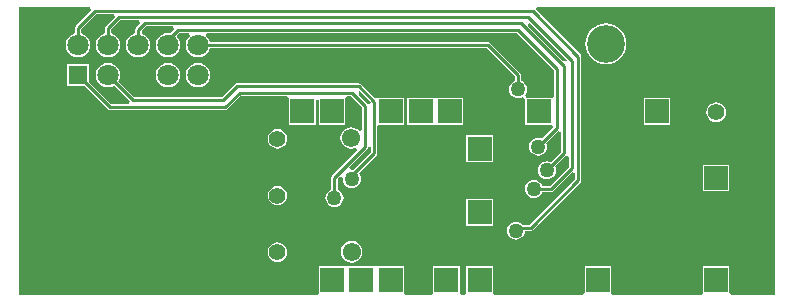
<source format=gbl>
G04 Layer_Physical_Order=2*
G04 Layer_Color=16711680*
%FSLAX24Y24*%
%MOIN*%
G70*
G01*
G75*
%ADD14C,0.0100*%
%ADD15C,0.0200*%
%ADD18C,0.0600*%
%ADD19O,0.0600X0.0800*%
%ADD20C,0.0551*%
%ADD21R,0.0787X0.0787*%
%ADD22C,0.0610*%
%ADD23C,0.0709*%
%ADD24R,0.0639X0.0639*%
%ADD25C,0.1260*%
%ADD26C,0.0300*%
%ADD27C,0.0500*%
G36*
X17958Y7618D02*
Y6770D01*
X17904Y6694D01*
X17860Y6694D01*
X17047D01*
X17033Y6710D01*
X16998Y6785D01*
X17032Y6829D01*
X17062Y6902D01*
X17073Y6980D01*
X17062Y7058D01*
X17032Y7131D01*
X16984Y7194D01*
X16921Y7242D01*
X16862Y7267D01*
Y7450D01*
X16854Y7489D01*
X16832Y7522D01*
X15832Y8522D01*
X15799Y8544D01*
X15760Y8552D01*
X6494D01*
X6494Y8556D01*
X6453Y8654D01*
X6388Y8738D01*
X6374Y8750D01*
X6407Y8848D01*
X16728D01*
X17958Y7618D01*
D02*
G37*
G36*
X18390Y7955D02*
X18391Y7952D01*
X18379Y7939D01*
X18283Y7921D01*
X17107Y9097D01*
X17139Y9204D01*
X17141Y9204D01*
X18390Y7955D01*
D02*
G37*
G36*
X25319Y131D02*
X23885D01*
X23814Y196D01*
X23814Y230D01*
Y1084D01*
X22926D01*
Y230D01*
X22926Y196D01*
X22855Y131D01*
X19945D01*
X19874Y196D01*
X19874Y230D01*
Y1084D01*
X18986D01*
Y230D01*
X18986Y196D01*
X18915Y131D01*
X16005D01*
X15934Y196D01*
X15934Y230D01*
Y1084D01*
X15046D01*
Y230D01*
X15046Y196D01*
X14975Y131D01*
X14895D01*
X14824Y196D01*
X14824Y230D01*
Y1084D01*
X13936D01*
Y230D01*
X13936Y196D01*
X13865Y131D01*
X13045D01*
X12974Y196D01*
X12974Y230D01*
Y1084D01*
X12092D01*
X12086Y1084D01*
X11994D01*
X11988Y1084D01*
X11112D01*
X11106Y1084D01*
X11014D01*
X11008Y1084D01*
X10126D01*
Y230D01*
X10126Y196D01*
X10055Y131D01*
X131D01*
Y9719D01*
X2505D01*
X2546Y9620D01*
X2028Y9102D01*
X2006Y9069D01*
X1998Y9030D01*
Y8844D01*
X1994Y8844D01*
X1896Y8803D01*
X1812Y8738D01*
X1747Y8654D01*
X1706Y8556D01*
X1692Y8450D01*
X1706Y8344D01*
X1747Y8246D01*
X1812Y8162D01*
X1896Y8097D01*
X1994Y8056D01*
X2100Y8042D01*
X2206Y8056D01*
X2304Y8097D01*
X2388Y8162D01*
X2453Y8246D01*
X2494Y8344D01*
X2508Y8450D01*
X2494Y8556D01*
X2453Y8654D01*
X2388Y8738D01*
X2304Y8803D01*
X2206Y8844D01*
X2202Y8844D01*
Y8988D01*
X2702Y9488D01*
X3285D01*
X3325Y9390D01*
X3028Y9092D01*
X3006Y9059D01*
X2998Y9020D01*
Y8844D01*
X2994Y8844D01*
X2896Y8803D01*
X2812Y8738D01*
X2747Y8654D01*
X2706Y8556D01*
X2692Y8450D01*
X2706Y8344D01*
X2747Y8246D01*
X2812Y8162D01*
X2896Y8097D01*
X2994Y8056D01*
X3100Y8042D01*
X3206Y8056D01*
X3304Y8097D01*
X3388Y8162D01*
X3453Y8246D01*
X3494Y8344D01*
X3508Y8450D01*
X3494Y8556D01*
X3453Y8654D01*
X3388Y8738D01*
X3304Y8803D01*
X3206Y8844D01*
X3202Y8844D01*
Y8978D01*
X3502Y9278D01*
X4135D01*
X4175Y9180D01*
X4028Y9032D01*
X4006Y8999D01*
X3998Y8960D01*
Y8844D01*
X3994Y8844D01*
X3896Y8803D01*
X3812Y8738D01*
X3747Y8654D01*
X3706Y8556D01*
X3692Y8450D01*
X3706Y8344D01*
X3747Y8246D01*
X3812Y8162D01*
X3896Y8097D01*
X3994Y8056D01*
X4100Y8042D01*
X4206Y8056D01*
X4304Y8097D01*
X4388Y8162D01*
X4453Y8246D01*
X4494Y8344D01*
X4508Y8450D01*
X4494Y8556D01*
X4453Y8654D01*
X4388Y8738D01*
X4304Y8803D01*
X4233Y8832D01*
X4220Y8925D01*
X4223Y8939D01*
X4372Y9088D01*
X5275D01*
X5315Y8990D01*
X5174Y8848D01*
X5100Y8858D01*
X4994Y8844D01*
X4896Y8803D01*
X4812Y8738D01*
X4747Y8654D01*
X4706Y8556D01*
X4692Y8450D01*
X4706Y8344D01*
X4747Y8246D01*
X4812Y8162D01*
X4896Y8097D01*
X4994Y8056D01*
X5100Y8042D01*
X5206Y8056D01*
X5304Y8097D01*
X5388Y8162D01*
X5453Y8246D01*
X5494Y8344D01*
X5508Y8450D01*
X5494Y8556D01*
X5453Y8654D01*
X5388Y8738D01*
X5386Y8772D01*
X5462Y8848D01*
X5793D01*
X5826Y8750D01*
X5812Y8738D01*
X5747Y8654D01*
X5706Y8556D01*
X5692Y8450D01*
X5706Y8344D01*
X5747Y8246D01*
X5812Y8162D01*
X5896Y8097D01*
X5994Y8056D01*
X6100Y8042D01*
X6206Y8056D01*
X6304Y8097D01*
X6388Y8162D01*
X6453Y8246D01*
X6494Y8344D01*
X6494Y8348D01*
X15718D01*
X16658Y7408D01*
Y7258D01*
X16619Y7242D01*
X16556Y7194D01*
X16508Y7131D01*
X16478Y7058D01*
X16467Y6980D01*
X16478Y6902D01*
X16508Y6829D01*
X16556Y6766D01*
X16619Y6718D01*
X16692Y6688D01*
X16770Y6677D01*
X16848Y6688D01*
X16921Y6718D01*
X16931Y6725D01*
X17016Y6667D01*
Y5806D01*
X17860D01*
X17899Y5806D01*
X17955Y5729D01*
X17568Y5342D01*
X17518Y5362D01*
X17440Y5373D01*
X17362Y5362D01*
X17289Y5332D01*
X17226Y5284D01*
X17178Y5221D01*
X17148Y5148D01*
X17137Y5070D01*
X17148Y4992D01*
X17178Y4919D01*
X17226Y4856D01*
X17289Y4808D01*
X17362Y4778D01*
X17440Y4767D01*
X17518Y4778D01*
X17591Y4808D01*
X17654Y4856D01*
X17702Y4919D01*
X17732Y4992D01*
X17743Y5070D01*
X17732Y5148D01*
X17712Y5198D01*
X18100Y5585D01*
X18198Y5545D01*
Y4892D01*
X17858Y4552D01*
X17808Y4572D01*
X17730Y4583D01*
X17652Y4572D01*
X17579Y4542D01*
X17516Y4494D01*
X17468Y4431D01*
X17438Y4358D01*
X17427Y4280D01*
X17438Y4202D01*
X17468Y4129D01*
X17516Y4066D01*
X17579Y4018D01*
X17652Y3988D01*
X17730Y3977D01*
X17808Y3988D01*
X17881Y4018D01*
X17944Y4066D01*
X17992Y4129D01*
X18022Y4202D01*
X18033Y4280D01*
X18022Y4358D01*
X18002Y4408D01*
X18360Y4765D01*
X18410Y4756D01*
X18458Y4729D01*
Y4392D01*
X17828Y3762D01*
X17582D01*
X17562Y3811D01*
X17514Y3874D01*
X17451Y3922D01*
X17378Y3952D01*
X17300Y3963D01*
X17222Y3952D01*
X17149Y3922D01*
X17086Y3874D01*
X17038Y3811D01*
X17008Y3738D01*
X16997Y3660D01*
X17008Y3582D01*
X17038Y3509D01*
X17086Y3446D01*
X17149Y3398D01*
X17222Y3368D01*
X17300Y3357D01*
X17378Y3368D01*
X17451Y3398D01*
X17514Y3446D01*
X17562Y3509D01*
X17582Y3558D01*
X17870D01*
X17909Y3566D01*
X17942Y3588D01*
X18580Y4225D01*
X18678Y4185D01*
Y4002D01*
X17148Y2472D01*
X16923D01*
X16914Y2484D01*
X16851Y2532D01*
X16778Y2562D01*
X16700Y2573D01*
X16622Y2562D01*
X16549Y2532D01*
X16486Y2484D01*
X16438Y2421D01*
X16408Y2348D01*
X16397Y2270D01*
X16408Y2192D01*
X16438Y2119D01*
X16486Y2056D01*
X16549Y2008D01*
X16622Y1978D01*
X16700Y1967D01*
X16778Y1978D01*
X16851Y2008D01*
X16914Y2056D01*
X16962Y2119D01*
X16992Y2192D01*
X17002Y2268D01*
X17190D01*
X17229Y2276D01*
X17262Y2298D01*
X18852Y3888D01*
X18874Y3921D01*
X18882Y3960D01*
Y8070D01*
X18874Y8109D01*
X18852Y8142D01*
X17374Y9620D01*
X17415Y9719D01*
X25319D01*
Y131D01*
D02*
G37*
%LPC*%
G36*
X8750Y3768D02*
X8665Y3757D01*
X8586Y3724D01*
X8518Y3672D01*
X8466Y3604D01*
X8433Y3525D01*
X8422Y3440D01*
X8433Y3355D01*
X8466Y3276D01*
X8518Y3208D01*
X8586Y3155D01*
X8665Y3123D01*
X8750Y3111D01*
X8835Y3123D01*
X8914Y3155D01*
X8982Y3208D01*
X9034Y3276D01*
X9067Y3355D01*
X9078Y3440D01*
X9067Y3525D01*
X9034Y3604D01*
X8982Y3672D01*
X8914Y3724D01*
X8835Y3757D01*
X8750Y3768D01*
D02*
G37*
G36*
X23814Y4464D02*
X22926D01*
Y3576D01*
X23814D01*
Y4464D01*
D02*
G37*
G36*
X8750Y5658D02*
X8665Y5647D01*
X8586Y5614D01*
X8518Y5562D01*
X8466Y5494D01*
X8433Y5415D01*
X8422Y5330D01*
X8433Y5245D01*
X8466Y5166D01*
X8518Y5098D01*
X8586Y5046D01*
X8665Y5013D01*
X8750Y5002D01*
X8835Y5013D01*
X8914Y5046D01*
X8982Y5098D01*
X9034Y5166D01*
X9067Y5245D01*
X9078Y5330D01*
X9067Y5415D01*
X9034Y5494D01*
X8982Y5562D01*
X8914Y5614D01*
X8835Y5647D01*
X8750Y5658D01*
D02*
G37*
G36*
X15934Y5444D02*
X15046D01*
Y4556D01*
X15934D01*
Y5444D01*
D02*
G37*
G36*
X8750Y1878D02*
X8665Y1867D01*
X8586Y1834D01*
X8518Y1782D01*
X8466Y1714D01*
X8433Y1635D01*
X8422Y1550D01*
X8433Y1465D01*
X8466Y1386D01*
X8518Y1318D01*
X8586Y1266D01*
X8665Y1233D01*
X8750Y1222D01*
X8835Y1233D01*
X8914Y1266D01*
X8982Y1318D01*
X9034Y1386D01*
X9067Y1465D01*
X9078Y1550D01*
X9067Y1635D01*
X9034Y1714D01*
X8982Y1782D01*
X8914Y1834D01*
X8835Y1867D01*
X8750Y1878D01*
D02*
G37*
G36*
X11225Y1923D02*
X11132Y1911D01*
X11046Y1875D01*
X10972Y1818D01*
X10915Y1744D01*
X10879Y1658D01*
X10867Y1565D01*
X10879Y1472D01*
X10915Y1386D01*
X10972Y1312D01*
X11046Y1255D01*
X11132Y1219D01*
X11225Y1207D01*
X11318Y1219D01*
X11404Y1255D01*
X11478Y1312D01*
X11535Y1386D01*
X11571Y1472D01*
X11583Y1565D01*
X11571Y1658D01*
X11535Y1744D01*
X11478Y1818D01*
X11404Y1875D01*
X11318Y1911D01*
X11225Y1923D01*
D02*
G37*
G36*
X15934Y3324D02*
X15046D01*
Y2436D01*
X15934D01*
Y3324D01*
D02*
G37*
G36*
X10550Y2733D02*
X10491Y2721D01*
X10442Y2688D01*
X10439Y2686D01*
X10406Y2636D01*
X10395Y2578D01*
X10406Y2519D01*
X10439Y2469D01*
X10489Y2436D01*
X10548Y2425D01*
X10606Y2436D01*
X10656Y2469D01*
X10658Y2472D01*
X10691Y2521D01*
X10703Y2580D01*
X10691Y2639D01*
X10658Y2688D01*
X10609Y2721D01*
X10550Y2733D01*
D02*
G37*
G36*
X13530Y5503D02*
X13471Y5491D01*
X13422Y5458D01*
X13389Y5409D01*
X13377Y5350D01*
Y5340D01*
X13389Y5281D01*
X13422Y5232D01*
X13471Y5199D01*
X13530Y5187D01*
X13589Y5199D01*
X13638Y5232D01*
X13671Y5281D01*
X13683Y5340D01*
Y5350D01*
X13671Y5409D01*
X13638Y5458D01*
X13589Y5491D01*
X13530Y5503D01*
D02*
G37*
G36*
X5100Y7858D02*
X4994Y7844D01*
X4896Y7803D01*
X4812Y7738D01*
X4747Y7654D01*
X4706Y7556D01*
X4692Y7450D01*
X4706Y7344D01*
X4747Y7246D01*
X4812Y7162D01*
X4896Y7097D01*
X4994Y7056D01*
X5100Y7042D01*
X5206Y7056D01*
X5304Y7097D01*
X5388Y7162D01*
X5453Y7246D01*
X5494Y7344D01*
X5508Y7450D01*
X5494Y7556D01*
X5453Y7654D01*
X5388Y7738D01*
X5304Y7803D01*
X5206Y7844D01*
X5100Y7858D01*
D02*
G37*
G36*
X3100D02*
X2994Y7844D01*
X2896Y7803D01*
X2812Y7738D01*
X2747Y7654D01*
X2706Y7556D01*
X2692Y7450D01*
X2706Y7344D01*
X2747Y7246D01*
X2812Y7162D01*
X2896Y7097D01*
X2994Y7056D01*
X3100Y7042D01*
X3206Y7056D01*
X3304Y7097D01*
X3307Y7099D01*
X3825Y6580D01*
X3797Y6492D01*
X3789Y6482D01*
X3212D01*
X2470Y7225D01*
Y7820D01*
X1730D01*
Y7080D01*
X2325D01*
X3098Y6308D01*
X3131Y6286D01*
X3170Y6278D01*
X7010D01*
X7049Y6286D01*
X7082Y6308D01*
X7542Y6768D01*
X9078D01*
X9136Y6694D01*
X9136Y6670D01*
Y5806D01*
X10024D01*
Y6612D01*
X10075Y6645D01*
X10126Y6612D01*
Y5806D01*
X11014D01*
Y6670D01*
X11014Y6694D01*
X11072Y6768D01*
X11198D01*
X11578Y6388D01*
Y5614D01*
X11480Y5581D01*
X11459Y5608D01*
X11385Y5665D01*
X11298Y5701D01*
X11206Y5713D01*
X11113Y5701D01*
X11026Y5665D01*
X10952Y5608D01*
X10895Y5534D01*
X10860Y5447D01*
X10847Y5355D01*
X10860Y5262D01*
X10895Y5175D01*
X10952Y5101D01*
X11026Y5044D01*
X11113Y5009D01*
X11206Y4996D01*
X11298Y5009D01*
X11361Y5035D01*
X11417Y4951D01*
X10578Y4112D01*
X10556Y4079D01*
X10548Y4040D01*
Y3642D01*
X10499Y3622D01*
X10436Y3574D01*
X10388Y3511D01*
X10358Y3438D01*
X10347Y3360D01*
X10358Y3282D01*
X10388Y3209D01*
X10436Y3146D01*
X10499Y3098D01*
X10572Y3068D01*
X10650Y3057D01*
X10728Y3068D01*
X10801Y3098D01*
X10864Y3146D01*
X10912Y3209D01*
X10942Y3282D01*
X10953Y3360D01*
X10942Y3438D01*
X10912Y3511D01*
X10864Y3574D01*
X10801Y3622D01*
X10752Y3642D01*
Y3998D01*
X10847Y4092D01*
X10934Y4041D01*
X10927Y3990D01*
X10938Y3912D01*
X10968Y3839D01*
X11016Y3776D01*
X11079Y3728D01*
X11152Y3698D01*
X11230Y3687D01*
X11308Y3698D01*
X11381Y3728D01*
X11444Y3776D01*
X11492Y3839D01*
X11522Y3912D01*
X11533Y3990D01*
X11522Y4068D01*
X11492Y4141D01*
X11454Y4190D01*
X12052Y4788D01*
X12074Y4821D01*
X12082Y4860D01*
Y5710D01*
X12086Y5806D01*
X12180Y5806D01*
X12974D01*
Y6694D01*
X12136D01*
X12086Y6694D01*
X11992Y6703D01*
X11542Y7152D01*
X11509Y7174D01*
X11470Y7182D01*
X7390D01*
X7351Y7174D01*
X7318Y7152D01*
X6898Y6732D01*
X3962D01*
X3451Y7243D01*
X3453Y7246D01*
X3494Y7344D01*
X3508Y7450D01*
X3494Y7556D01*
X3453Y7654D01*
X3388Y7738D01*
X3304Y7803D01*
X3206Y7844D01*
X3100Y7858D01*
D02*
G37*
G36*
X19700Y9183D02*
X19567Y9170D01*
X19439Y9131D01*
X19320Y9068D01*
X19217Y8983D01*
X19132Y8880D01*
X19069Y8761D01*
X19030Y8633D01*
X19017Y8500D01*
X19030Y8367D01*
X19069Y8239D01*
X19132Y8120D01*
X19217Y8017D01*
X19320Y7932D01*
X19439Y7869D01*
X19567Y7830D01*
X19700Y7817D01*
X19833Y7830D01*
X19961Y7869D01*
X20080Y7932D01*
X20183Y8017D01*
X20268Y8120D01*
X20331Y8239D01*
X20370Y8367D01*
X20383Y8500D01*
X20370Y8633D01*
X20331Y8761D01*
X20268Y8880D01*
X20183Y8983D01*
X20080Y9068D01*
X19961Y9131D01*
X19833Y9170D01*
X19700Y9183D01*
D02*
G37*
G36*
X6100Y7858D02*
X5994Y7844D01*
X5896Y7803D01*
X5812Y7738D01*
X5747Y7654D01*
X5706Y7556D01*
X5692Y7450D01*
X5706Y7344D01*
X5747Y7246D01*
X5812Y7162D01*
X5896Y7097D01*
X5994Y7056D01*
X6100Y7042D01*
X6206Y7056D01*
X6304Y7097D01*
X6388Y7162D01*
X6453Y7246D01*
X6494Y7344D01*
X6508Y7450D01*
X6494Y7556D01*
X6453Y7654D01*
X6388Y7738D01*
X6304Y7803D01*
X6206Y7844D01*
X6100Y7858D01*
D02*
G37*
G36*
X21844Y6694D02*
X20956D01*
Y5806D01*
X21844D01*
Y6694D01*
D02*
G37*
G36*
X14061Y6694D02*
X13964D01*
X13962Y6694D01*
X13076D01*
Y5806D01*
X13962D01*
X13964Y5806D01*
X14061D01*
X14062Y5806D01*
X14948D01*
Y6694D01*
X14062D01*
X14061Y6694D01*
D02*
G37*
G36*
X23371Y6549D02*
X23286Y6538D01*
X23207Y6505D01*
X23139Y6453D01*
X23086Y6385D01*
X23054Y6306D01*
X23042Y6221D01*
X23054Y6136D01*
X23086Y6057D01*
X23139Y5989D01*
X23207Y5936D01*
X23286Y5903D01*
X23371Y5892D01*
X23456Y5903D01*
X23535Y5936D01*
X23603Y5989D01*
X23655Y6057D01*
X23688Y6136D01*
X23699Y6221D01*
X23688Y6306D01*
X23655Y6385D01*
X23603Y6453D01*
X23535Y6505D01*
X23456Y6538D01*
X23371Y6549D01*
D02*
G37*
%LPD*%
G36*
X11857Y6548D02*
X11853Y6528D01*
X11771Y6507D01*
X11747Y6507D01*
X11452Y6803D01*
X11484Y6909D01*
X11494Y6911D01*
X11857Y6548D01*
D02*
G37*
G36*
X11878Y5049D02*
Y4902D01*
X11270Y4294D01*
X11187Y4299D01*
X11141Y4386D01*
X11752Y4998D01*
X11774Y5031D01*
X11780Y5058D01*
X11878Y5049D01*
D02*
G37*
D14*
X16760Y6970D02*
Y7450D01*
X15760Y8450D02*
X16760Y7450D01*
X6100Y8450D02*
X15760D01*
X17110Y9380D02*
X18560Y7930D01*
X3460Y9380D02*
X17110D01*
X3100Y9020D02*
X3460Y9380D01*
X16870Y9190D02*
X18300Y7760D01*
X4330Y9190D02*
X16870D01*
X4100Y8960D02*
X4330Y9190D01*
X16770Y8950D02*
X18060Y7660D01*
X5420Y8950D02*
X16770D01*
X5100Y8630D02*
X5420Y8950D01*
X18060Y5690D02*
Y7660D01*
X17440Y5070D02*
X18060Y5690D01*
X18300Y4850D02*
Y7760D01*
X17730Y4280D02*
X18300Y4850D01*
X18560Y4350D02*
Y7930D01*
X17870Y3660D02*
X18560Y4350D01*
X18780Y3960D02*
Y8070D01*
X17190Y2370D02*
X18780Y3960D01*
X17260Y9590D02*
X18780Y8070D01*
X2660Y9590D02*
X17260D01*
X16760Y6970D02*
X16770Y6980D01*
X5100Y8450D02*
Y8630D01*
X4100Y8450D02*
Y8960D01*
X17300Y3660D02*
X17870D01*
X3100Y8450D02*
Y9020D01*
X16700Y2270D02*
X16800Y2370D01*
X17190D01*
X2100Y9030D02*
X2660Y9590D01*
X2100Y8450D02*
Y9030D01*
X10650Y4040D02*
X11680Y5070D01*
X2100Y7450D02*
X3170Y6380D01*
X7010D01*
X7500Y6870D01*
X11240D01*
X11680Y6430D01*
Y5070D02*
Y6430D01*
X11470Y7080D02*
X11980Y6570D01*
X7390Y7080D02*
X11470D01*
X6940Y6630D02*
X7390Y7080D01*
X11980Y4860D02*
Y6570D01*
X11140Y4020D02*
X11980Y4860D01*
X10650Y3360D02*
Y4040D01*
X3100Y7450D02*
X3920Y6630D01*
X6940D01*
D15*
X10548Y2578D02*
X10550Y2580D01*
X13530Y5340D02*
Y5350D01*
D18*
X2630Y480D02*
D03*
Y5710D02*
D03*
D19*
Y1720D02*
D03*
Y3040D02*
D03*
Y4380D02*
D03*
D20*
X8750Y1550D02*
D03*
X23371Y6221D02*
D03*
X8750Y5330D02*
D03*
Y3440D02*
D03*
D21*
X14504Y6250D02*
D03*
X11550Y640D02*
D03*
X15490D02*
D03*
X19430D02*
D03*
X12530D02*
D03*
X14380D02*
D03*
X23370D02*
D03*
X15490Y2880D02*
D03*
Y5000D02*
D03*
X17460Y6250D02*
D03*
X21400D02*
D03*
X23370Y4020D02*
D03*
X13520Y6250D02*
D03*
X12530D02*
D03*
X10570D02*
D03*
X9580D02*
D03*
X10570Y640D02*
D03*
D22*
X11225Y1565D02*
D03*
X11206Y5355D02*
D03*
D23*
X2100Y8450D02*
D03*
X3100D02*
D03*
X4100D02*
D03*
X5100D02*
D03*
X6100D02*
D03*
Y7450D02*
D03*
X5100D02*
D03*
X4100D02*
D03*
X3100D02*
D03*
D24*
X2100D02*
D03*
D25*
X19700Y8500D02*
D03*
D26*
X8050Y332D02*
D03*
X7253Y352D02*
D03*
X6475Y332D02*
D03*
X13404Y480D02*
D03*
X17312Y470D02*
D03*
X21554D02*
D03*
X24891Y529D02*
D03*
Y3895D02*
D03*
X24969Y7507D02*
D03*
X25028Y9476D02*
D03*
X471Y9446D02*
D03*
X1928Y401D02*
D03*
X363D02*
D03*
X353Y1661D02*
D03*
X363Y3019D02*
D03*
X353Y4378D02*
D03*
X383Y5775D02*
D03*
X7824Y5824D02*
D03*
X7135Y5834D02*
D03*
X6465Y5805D02*
D03*
X7017Y3059D02*
D03*
X6475Y3078D02*
D03*
X8139Y3049D02*
D03*
X7706Y3009D02*
D03*
X7341Y2744D02*
D03*
X7017Y2429D02*
D03*
X6593Y2330D02*
D03*
X6170Y2468D02*
D03*
X5835Y2754D02*
D03*
X8316Y1809D02*
D03*
X7961Y1582D02*
D03*
X7656Y1277D02*
D03*
X7263Y1080D02*
D03*
X6830Y1090D02*
D03*
X6396Y1070D02*
D03*
X6042Y815D02*
D03*
X5786Y480D02*
D03*
X5373Y362D02*
D03*
X4940D02*
D03*
X4517Y500D02*
D03*
X4477Y913D02*
D03*
X4487Y1366D02*
D03*
X4517Y2567D02*
D03*
X4526Y2133D02*
D03*
X4674Y1720D02*
D03*
X5107Y1730D02*
D03*
X5530D02*
D03*
X4536Y5214D02*
D03*
X4546Y4781D02*
D03*
X4526Y3600D02*
D03*
X4536Y4033D02*
D03*
X4684Y3049D02*
D03*
X5097Y3059D02*
D03*
X5511Y3068D02*
D03*
X5875Y3275D02*
D03*
X6150Y3590D02*
D03*
X6524Y3757D02*
D03*
X6948D02*
D03*
X7361D02*
D03*
X7784D02*
D03*
X8198D02*
D03*
X5432Y4397D02*
D03*
X4989Y4407D02*
D03*
X4536D02*
D03*
X4782Y5716D02*
D03*
X5255D02*
D03*
X5717Y5706D02*
D03*
X6003Y5322D02*
D03*
X6347Y5027D02*
D03*
X6810D02*
D03*
X7272D02*
D03*
X7735D02*
D03*
X8188D02*
D03*
X20894Y9486D02*
D03*
D27*
X9290Y1060D02*
D03*
X10548Y2578D02*
D03*
X10520Y4470D02*
D03*
X13670Y1760D02*
D03*
X13530Y5340D02*
D03*
X16770Y6980D02*
D03*
X17440Y5070D02*
D03*
X17730Y4280D02*
D03*
X17300Y3660D02*
D03*
X16700Y2270D02*
D03*
X11230Y3990D02*
D03*
X10650Y3360D02*
D03*
M02*

</source>
